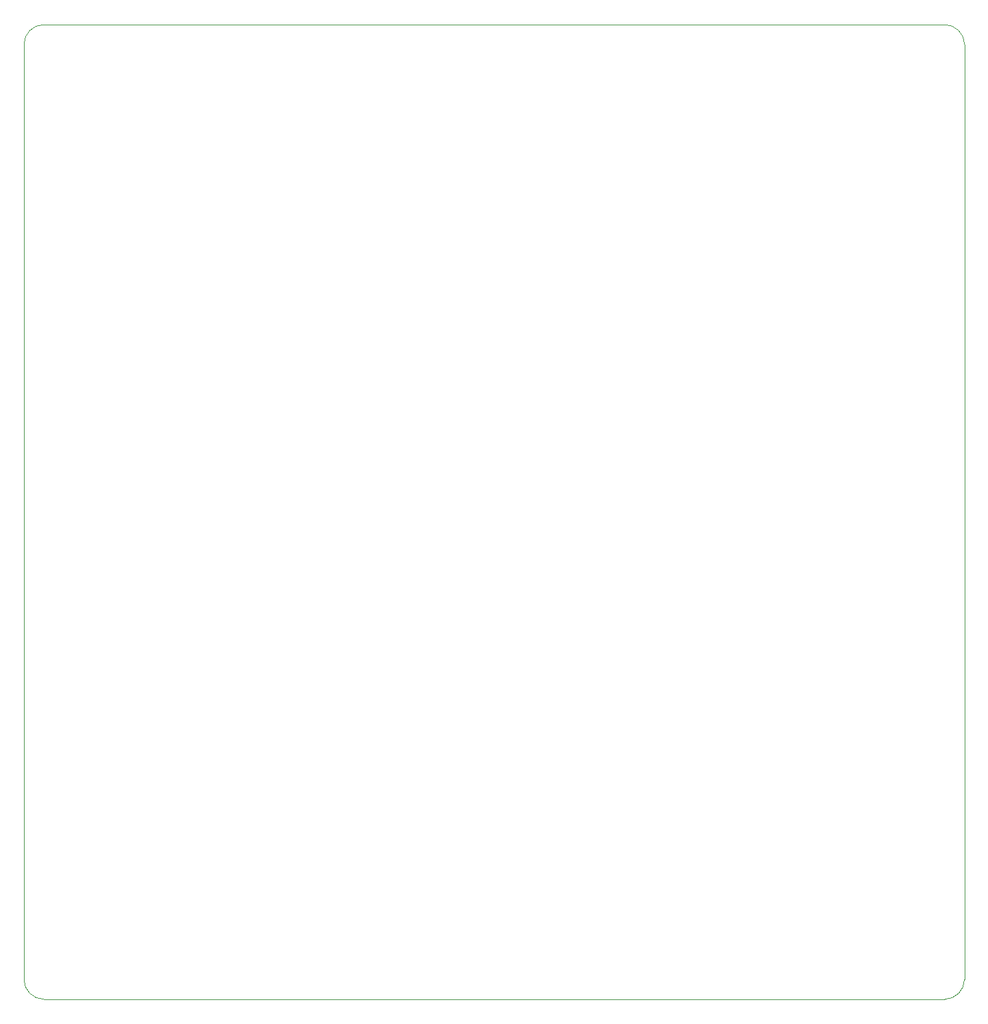
<source format=gm1>
G04 #@! TF.GenerationSoftware,KiCad,Pcbnew,(6.0.2-0)*
G04 #@! TF.CreationDate,2023-05-16T15:47:17+01:00*
G04 #@! TF.ProjectId,cpc6128_rom_board,63706336-3132-4385-9f72-6f6d5f626f61,1*
G04 #@! TF.SameCoordinates,Original*
G04 #@! TF.FileFunction,Profile,NP*
%FSLAX46Y46*%
G04 Gerber Fmt 4.6, Leading zero omitted, Abs format (unit mm)*
G04 Created by KiCad (PCBNEW (6.0.2-0)) date 2023-05-16 15:47:17*
%MOMM*%
%LPD*%
G01*
G04 APERTURE LIST*
G04 #@! TA.AperFunction,Profile*
%ADD10C,0.100000*%
G04 #@! TD*
G04 APERTURE END LIST*
D10*
X40640000Y-34181051D02*
G75*
G03*
X38100000Y-36721051I1J-2540001D01*
G01*
X157714949Y-36721051D02*
X157714949Y-155575000D01*
X38100000Y-155575000D02*
G75*
G03*
X40640000Y-158115000I2540001J1D01*
G01*
X155174949Y-158115000D02*
G75*
G03*
X157714949Y-155575000I-1J2540001D01*
G01*
X40640000Y-158115000D02*
X155174949Y-158115000D01*
X38100000Y-36721051D02*
X38100000Y-155575000D01*
X157714949Y-36721051D02*
G75*
G03*
X155174949Y-34181051I-2540001J-1D01*
G01*
X155174949Y-34181051D02*
X40640000Y-34181051D01*
M02*

</source>
